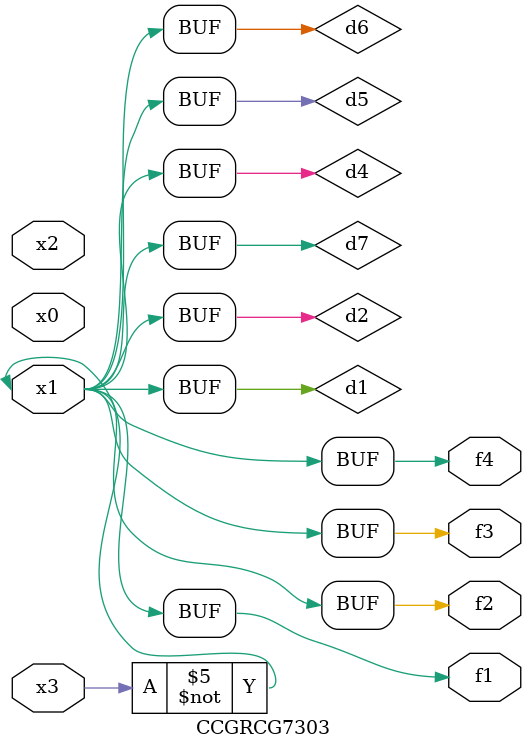
<source format=v>
module CCGRCG7303(
	input x0, x1, x2, x3,
	output f1, f2, f3, f4
);

	wire d1, d2, d3, d4, d5, d6, d7;

	not (d1, x3);
	buf (d2, x1);
	xnor (d3, d1, d2);
	nor (d4, d1);
	buf (d5, d1, d2);
	buf (d6, d4, d5);
	nand (d7, d4);
	assign f1 = d6;
	assign f2 = d7;
	assign f3 = d6;
	assign f4 = d6;
endmodule

</source>
